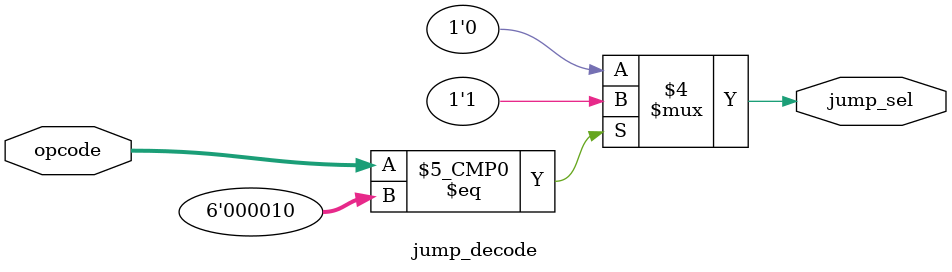
<source format=v>
`timescale 1ns / 1ps
module jump_decode(
											input [5:0] opcode,
											output reg jump_sel
										);

initial jump_sel = 0;

always@(opcode)
begin
	case (opcode)
	6'b000010: //J
		begin
			jump_sel = 1;
		end
	default: 
		begin
			jump_sel = 0;
		end
	endcase
end
/*always @(opcode)
begin
	if (opcode == 6'b000010)
		jump_sel = 1;
	else
		jump_sel = 0;
end*/

endmodule

</source>
